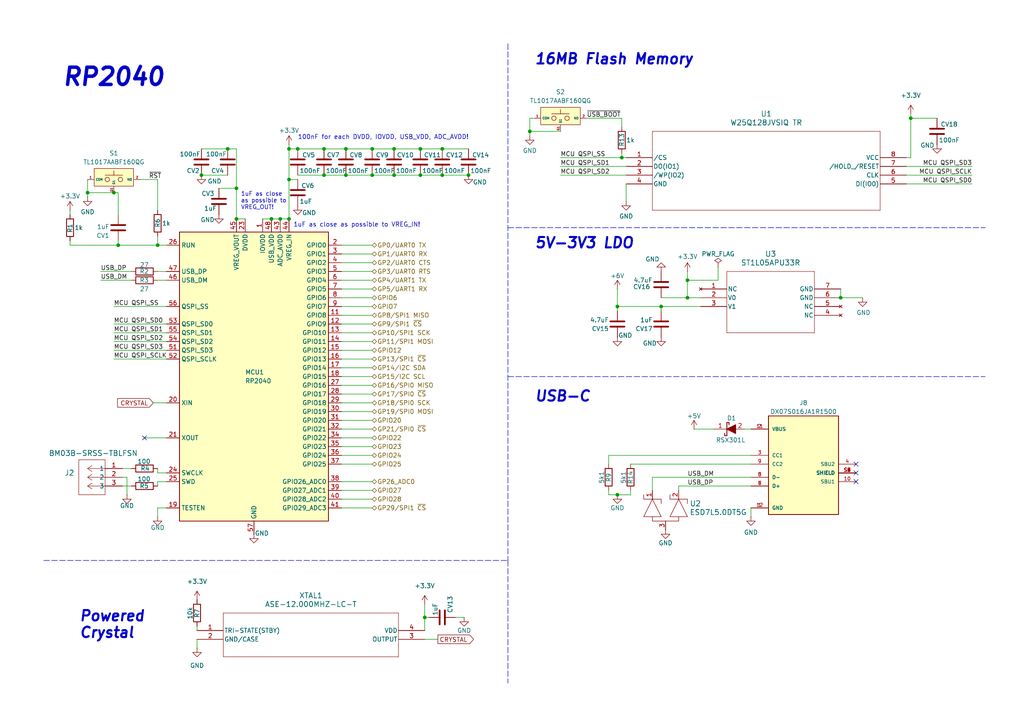
<source format=kicad_sch>
(kicad_sch (version 20231120) (generator "eeschema") (generator_version "8.0")
  (paper "A4")
  (title_block (title "RP2040 Standard") (company "Porto Space Team") (comment 1 "Miguel Amorim"))
  (lib_symbols
    (symbol "16MB_Flash:W25Q128JVSIQ_TR" (pin_names (offset 0.254))
      (property "Reference" "U" (at 40.64 12.7 0))
      (property "Value" "W25Q128JVSIQ TR" (at 40.64 10.16 0))
      (symbol "W25Q128JVSIQ_TR_0_1"
        (polyline (pts (xy 7.62 -15.24) (xy 73.66 -15.24)) (stroke (width 0.127)))
        (polyline (pts (xy 7.62 7.62) (xy 7.62 -15.24)) (stroke (width 0.127)))
        (polyline (pts (xy 73.66 -15.24) (xy 73.66 7.62)) (stroke (width 0.127)))
        (polyline (pts (xy 73.66 7.62) (xy 7.62 7.62)) (stroke (width 0.127)))
        (pin input line (at 0 0 0) (length 7.62) (name "/CS") (number "1"))
        (pin bidirectional line (at 0 -2.54 0) (length 7.62) (name "DO(IO1)") (number "2"))
        (pin bidirectional line (at 0 -5.08 0) (length 7.62) (name "/WP(IO2)") (number "3"))
        (pin passive line (at 0 -7.62 0) (length 7.62) (name "GND") (number "4"))
        (pin bidirectional line (at 81.28 -7.62 180) (length 7.62) (name "DI(IO0)") (number "5"))
        (pin input line (at 81.28 -5.08 180) (length 7.62) (name "CLK") (number "6"))
        (pin bidirectional line (at 81.28 -2.54 180) (length 7.62) (name "/HOLD_/RESET") (number "7"))
        (pin passive line (at 81.28 0 180) (length 7.62) (name "VCC") (number "8"))
      )
    )
    (symbol "AS12MHz:ASE-12.000MHZ-LC-T" (pin_names (offset 0.254))
      (property "Reference" "XTAL" (at 33.02 10.16 0))
      (property "Value" "ASE-12.000MHZ-LC-T" (at 33.02 7.62 0))
      (symbol "ASE-12.000MHZ-LC-T_0_1"
        (polyline (pts (xy 7.62 -7.62) (xy 58.42 -7.62)) (stroke (width 0.127)))
        (polyline (pts (xy 7.62 5.08) (xy 7.62 -7.62)) (stroke (width 0.127)))
        (polyline (pts (xy 58.42 -7.62) (xy 58.42 5.08)) (stroke (width 0.127)))
        (polyline (pts (xy 58.42 5.08) (xy 7.62 5.08)) (stroke (width 0.127)))
        (pin passive line (at 0 0 0) (length 7.62) (name "TRI-STATE(STBY)") (number "1"))
        (pin passive line (at 0 -2.54 0) (length 7.62) (name "GND/CASE") (number "2"))
        (pin output line (at 66.04 -2.54 180) (length 7.62) (name "OUTPUT") (number "3"))
        (pin power_in line (at 66.04 0 180) (length 7.62) (name "VDD") (number "4"))
      )
    )
    (symbol "DX07S016JA1R1500:DX07S016JA1R1500" (pin_names (offset 1.016))
      (property "Reference" "J" (at -9.906 16.002 0))
      (property "Value" "DX07S016JA1R1500" (at -10.16 -14.732 0))
      (symbol "DX07S016JA1R1500_0_0"
        (rectangle (start -10.16 15.24) (end 10.16 -13.335) (stroke (width 0.254)) (fill (type background)))
        (pin power_in line (at -15.24 -11.43 0) (length 5.08) (name "GND") (number "1"))
        (pin passive line (at 15.24 -3.81 180) (length 5.08) (name "SBU1") (number "10"))
        (pin passive line (at -15.24 11.43 0) (length 5.08) (name "VBUS") (number "11"))
        (pin power_in line (at -15.24 -11.43 0) (length 5.08) (name "GND") (number "12"))
        (pin passive line (at -15.24 11.43 0) (length 5.08) (name "VBUS") (number "2"))
        (pin passive line (at -15.24 3.81 0) (length 5.08) (name "CC1") (number "3"))
        (pin passive line (at 15.24 1.27 180) (length 5.08) (name "SBU2") (number "4"))
        (pin passive line (at -15.24 -2.54 0) (length 5.08) (name "D-") (number "5"))
        (pin passive line (at -15.24 -5.08 0) (length 5.08) (name "D+") (number "6"))
        (pin passive line (at -15.24 -5.08 0) (length 5.08) (name "D+") (number "7"))
        (pin passive line (at -15.24 -2.54 0) (length 5.08) (name "D-") (number "8"))
        (pin passive line (at -15.24 1.27 0) (length 5.08) (name "CC2") (number "9"))
        (pin passive line (at 15.24 -1.27 180) (length 5.08) (name "SHIELD") (number "S1"))
        (pin passive line (at 15.24 -1.27 180) (length 5.08) (name "SHIELD") (number "S2"))
        (pin passive line (at 15.24 -1.27 180) (length 5.08) (name "SHIELD") (number "S3"))
        (pin passive line (at 15.24 -1.27 180) (length 5.08) (name "SHIELD") (number "S4"))
        (pin passive line (at 15.24 -1.27 180) (length 5.08) (name "SHIELD") (number "S5"))
        (pin passive line (at 15.24 -1.27 180) (length 5.08) (name "SHIELD") (number "S6"))
      )
    )
    (symbol "Device:C" (pin_numbers hide) (pin_names (offset 0.254))
      (property "Reference" "C" (at 0.635 2.54 0))
      (property "Value" "C" (at 0.635 -2.54 0))
      (symbol "C_0_1"
        (polyline (pts (xy -2.032 -0.762) (xy 2.032 -0.762)) (stroke (width 0.508)))
        (polyline (pts (xy -2.032 0.762) (xy 2.032 0.762)) (stroke (width 0.508)))
      )
      (symbol "C_1_1"
        (pin passive line (at 0 3.81 270) (length 2.794) (name "~") (number "1"))
        (pin passive line (at 0 -3.81 90) (length 2.794) (name "~") (number "2"))
      )
    )
    (symbol "Device:R" (pin_numbers hide) (pin_names (offset 0))
      (property "Reference" "R" (at 2.032 0 90))
      (property "Value" "R" (at 0 0 90))
      (symbol "R_0_1"
        (rectangle (start -1.016 -2.54) (end 1.016 2.54) (stroke (width 0.254)))
      )
      (symbol "R_1_1"
        (pin passive line (at 0 3.81 270) (length 1.27) (name "~") (number "1"))
        (pin passive line (at 0 -3.81 90) (length 1.27) (name "~") (number "2"))
      )
    )
    (symbol "ESD7L5_Diode:ESD7L5.0DT5G" (pin_names (offset 0.254))
      (property "Reference" "U" (at 6.35 15.24 0))
      (property "Value" "ESD7L5.0DT5G" (at 6.35 12.7 0))
      (symbol "ESD7L5.0DT5G_1_1"
        (polyline (pts (xy 2.54 8.89) (xy 0 8.89) (xy 0 10.16)))
        (polyline (pts (xy 2.54 8.89) (xy 5.08 8.89) (xy 5.08 7.62)))
        (polyline (pts (xy 10.16 8.89) (xy 7.62 8.89) (xy 7.62 10.16)))
        (polyline (pts (xy 10.16 8.89) (xy 12.7 8.89) (xy 12.7 7.62)))
        (polyline (pts (xy 2.54 3.81) (xy 2.54 2.54) (xy 10.16 2.54) (xy 10.16 3.81)))
        (polyline (pts (xy 5.08 3.81) (xy 0 3.81) (xy 2.54 8.89) (xy 5.08 3.81)))
        (polyline (pts (xy 12.7 3.81) (xy 7.62 3.81) (xy 10.16 8.89) (xy 12.7 3.81)))
        (pin passive line (at 2.54 11.43 270) (length 2.54) (name "") (number "1"))
        (pin passive line (at 10.16 11.43 270) (length 2.54) (name "") (number "2"))
        (pin passive line (at 6.35 0 90) (length 2.54) (name "") (number "3"))
      )
    )
    (symbol "LDO_ST1L05A:ST1L05APU33R" (pin_names (offset 0.254))
      (property "Reference" "U" (at 20.32 10.16 0))
      (property "Value" "ST1L05APU33R" (at 20.32 7.62 0))
      (symbol "ST1L05APU33R_0_1"
        (polyline (pts (xy 7.62 -12.7) (xy 33.02 -12.7)) (stroke (width 0.127)))
        (polyline (pts (xy 7.62 5.08) (xy 7.62 -12.7)) (stroke (width 0.127)))
        (polyline (pts (xy 33.02 -12.7) (xy 33.02 5.08)) (stroke (width 0.127)))
        (polyline (pts (xy 33.02 5.08) (xy 7.62 5.08)) (stroke (width 0.127)))
        (pin no_connect line (at 0 0 0) (length 7.62) (name "NC") (number "1"))
        (pin passive line (at 0 -2.54 0) (length 7.62) (name "V0") (number "2"))
        (pin passive line (at 0 -5.08 0) (length 7.62) (name "V1") (number "3"))
        (pin no_connect line (at 40.64 -7.62 180) (length 7.62) (name "NC") (number "4"))
        (pin no_connect line (at 40.64 -5.08 180) (length 7.62) (name "NC") (number "5"))
        (pin passive line (at 40.64 -2.54 180) (length 7.62) (name "GND") (number "6"))
        (pin passive line (at 40.64 0 180) (length 7.62) (name "GND") (number "7"))
      )
    )
    (symbol "MCU_RaspberryPi:RP2040"
      (property "Reference" "U" (at 17.78 45.72 0))
      (property "Value" "RP2040" (at 17.78 43.18 0))
      (symbol "RP2040_0_1"
        (rectangle (start -21.59 41.91) (end 21.59 -41.91) (stroke (width 0.254)) (fill (type background)))
      )
      (symbol "RP2040_1_1"
        (pin power_in line (at 2.54 45.72 270) (length 3.81) (name "IOVDD") (number "1"))
        (pin passive line (at 2.54 45.72 270) (length 3.81) hide (name "IOVDD") (number "10"))
        (pin bidirectional line (at 25.4 17.78 180) (length 3.81) (name "GPIO8") (number "11"))
        (pin bidirectional line (at 25.4 15.24 180) (length 3.81) (name "GPIO9") (number "12"))
        (pin bidirectional line (at 25.4 12.7 180) (length 3.81) (name "GPIO10") (number "13"))
        (pin bidirectional line (at 25.4 10.16 180) (length 3.81) (name "GPIO11") (number "14"))
        (pin bidirectional line (at 25.4 7.62 180) (length 3.81) (name "GPIO12") (number "15"))
        (pin bidirectional line (at 25.4 5.08 180) (length 3.81) (name "GPIO13") (number "16"))
        (pin bidirectional line (at 25.4 2.54 180) (length 3.81) (name "GPIO14") (number "17"))
        (pin bidirectional line (at 25.4 0 180) (length 3.81) (name "GPIO15") (number "18"))
        (pin input line (at -25.4 -38.1 0) (length 3.81) (name "TESTEN") (number "19"))
        (pin bidirectional line (at 25.4 38.1 180) (length 3.81) (name "GPIO0") (number "2"))
        (pin input line (at -25.4 -7.62 0) (length 3.81) (name "XIN") (number "20"))
        (pin passive line (at -25.4 -17.78 0) (length 3.81) (name "XOUT") (number "21"))
        (pin passive line (at 2.54 45.72 270) (length 3.81) hide (name "IOVDD") (number "22"))
        (pin power_in line (at -2.54 45.72 270) (length 3.81) (name "DVDD") (number "23"))
        (pin input line (at -25.4 -27.94 0) (length 3.81) (name "SWCLK") (number "24"))
        (pin bidirectional line (at -25.4 -30.48 0) (length 3.81) (name "SWD") (number "25"))
        (pin input line (at -25.4 38.1 0) (length 3.81) (name "RUN") (number "26"))
        (pin bidirectional line (at 25.4 -2.54 180) (length 3.81) (name "GPIO16") (number "27"))
        (pin bidirectional line (at 25.4 -5.08 180) (length 3.81) (name "GPIO17") (number "28"))
        (pin bidirectional line (at 25.4 -7.62 180) (length 3.81) (name "GPIO18") (number "29"))
        (pin bidirectional line (at 25.4 35.56 180) (length 3.81) (name "GPIO1") (number "3"))
        (pin bidirectional line (at 25.4 -10.16 180) (length 3.81) (name "GPIO19") (number "30"))
        (pin bidirectional line (at 25.4 -12.7 180) (length 3.81) (name "GPIO20") (number "31"))
        (pin bidirectional line (at 25.4 -15.24 180) (length 3.81) (name "GPIO21") (number "32"))
        (pin passive line (at 2.54 45.72 270) (length 3.81) hide (name "IOVDD") (number "33"))
        (pin bidirectional line (at 25.4 -17.78 180) (length 3.81) (name "GPIO22") (number "34"))
        (pin bidirectional line (at 25.4 -20.32 180) (length 3.81) (name "GPIO23") (number "35"))
        (pin bidirectional line (at 25.4 -22.86 180) (length 3.81) (name "GPIO24") (number "36"))
        (pin bidirectional line (at 25.4 -25.4 180) (length 3.81) (name "GPIO25") (number "37"))
        (pin bidirectional line (at 25.4 -30.48 180) (length 3.81) (name "GPIO26_ADC0") (number "38"))
        (pin bidirectional line (at 25.4 -33.02 180) (length 3.81) (name "GPIO27_ADC1") (number "39"))
        (pin bidirectional line (at 25.4 33.02 180) (length 3.81) (name "GPIO2") (number "4"))
        (pin bidirectional line (at 25.4 -35.56 180) (length 3.81) (name "GPIO28_ADC2") (number "40"))
        (pin bidirectional line (at 25.4 -38.1 180) (length 3.81) (name "GPIO29_ADC3") (number "41"))
        (pin passive line (at 2.54 45.72 270) (length 3.81) hide (name "IOVDD") (number "42"))
        (pin power_in line (at 7.62 45.72 270) (length 3.81) (name "ADC_AVDD") (number "43"))
        (pin power_in line (at 10.16 45.72 270) (length 3.81) (name "VREG_IN") (number "44"))
        (pin power_out line (at -5.08 45.72 270) (length 3.81) (name "VREG_VOUT") (number "45"))
        (pin bidirectional line (at -25.4 27.94 0) (length 3.81) (name "USB_DM") (number "46"))
        (pin bidirectional line (at -25.4 30.48 0) (length 3.81) (name "USB_DP") (number "47"))
        (pin power_in line (at 5.08 45.72 270) (length 3.81) (name "USB_VDD") (number "48"))
        (pin passive line (at 2.54 45.72 270) (length 3.81) hide (name "IOVDD") (number "49"))
        (pin bidirectional line (at 25.4 30.48 180) (length 3.81) (name "GPIO3") (number "5"))
        (pin passive line (at -2.54 45.72 270) (length 3.81) hide (name "DVDD") (number "50"))
        (pin bidirectional line (at -25.4 7.62 0) (length 3.81) (name "QSPI_SD3") (number "51"))
        (pin output line (at -25.4 5.08 0) (length 3.81) (name "QSPI_SCLK") (number "52"))
        (pin bidirectional line (at -25.4 15.24 0) (length 3.81) (name "QSPI_SD0") (number "53"))
        (pin bidirectional line (at -25.4 10.16 0) (length 3.81) (name "QSPI_SD2") (number "54"))
        (pin bidirectional line (at -25.4 12.7 0) (length 3.81) (name "QSPI_SD1") (number "55"))
        (pin bidirectional line (at -25.4 20.32 0) (length 3.81) (name "QSPI_SS") (number "56"))
        (pin power_in line (at 0 -45.72 90) (length 3.81) (name "GND") (number "57"))
        (pin bidirectional line (at 25.4 27.94 180) (length 3.81) (name "GPIO4") (number "6"))
        (pin bidirectional line (at 25.4 25.4 180) (length 3.81) (name "GPIO5") (number "7"))
        (pin bidirectional line (at 25.4 22.86 180) (length 3.81) (name "GPIO6") (number "8"))
        (pin bidirectional line (at 25.4 20.32 180) (length 3.81) (name "GPIO7") (number "9"))
      )
    )
    (symbol "RSX301L-30DDTE25:RSX301L-30DDTE25" (pin_names (offset 0.635) hide)
      (property "Reference" "D" (at 1.524 6.35 0))
      (property "Value" "RSX301L-30DDTE25" (at 1.524 3.81 0))
      (symbol "RSX301L-30DDTE25_1_1"
        (polyline (pts (xy 9.525 -1.27) (xy 9.525 -1.905)) (stroke (width 0.254)))
        (polyline (pts (xy 10.16 -1.905) (xy 9.525 -1.905)) (stroke (width 0.254)))
        (polyline (pts (xy 10.16 1.905) (xy 10.16 -1.905)) (stroke (width 0.254)))
        (polyline (pts (xy 10.16 1.905) (xy 10.795 1.905)) (stroke (width 0.254)))
        (polyline (pts (xy 10.795 1.27) (xy 10.795 1.905)) (stroke (width 0.254)))
        (polyline (pts (xy 10.16 0) (xy 12.7 1.27) (xy 12.7 -1.27) (xy 10.16 0)) (stroke (width 0.254)) (fill (type outline)))
        (pin passive line (at 6.35 0 0) (length 3.81) (name "K") (number "1"))
        (pin passive line (at 15.24 0 180) (length 2.54) (name "A") (number "2"))
      )
    )
    (symbol "SWD_Con:BM03B-SRSS-TBLFSN" (pin_names (offset 0.254))
      (property "Reference" "J" (at 8.89 6.35 0))
      (property "Value" "BM03B-SRSS-TBLFSN" (at 0 0 0))
      (symbol "BM03B-SRSS-TBLFSN_1_1"
        (polyline (pts (xy 5.08 -7.62) (xy 12.7 -7.62)) (stroke (width 0.127)))
        (polyline (pts (xy 5.08 2.54) (xy 5.08 -7.62)) (stroke (width 0.127)))
        (polyline (pts (xy 10.16 -5.08) (xy 5.08 -5.08)) (stroke (width 0.127)))
        (polyline (pts (xy 10.16 -5.08) (xy 8.89 -5.9267)) (stroke (width 0.127)))
        (polyline (pts (xy 10.16 -5.08) (xy 8.89 -4.2333)) (stroke (width 0.127)))
        (polyline (pts (xy 10.16 -2.54) (xy 5.08 -2.54)) (stroke (width 0.127)))
        (polyline (pts (xy 10.16 -2.54) (xy 8.89 -3.3867)) (stroke (width 0.127)))
        (polyline (pts (xy 10.16 -2.54) (xy 8.89 -1.6933)) (stroke (width 0.127)))
        (polyline (pts (xy 10.16 0) (xy 5.08 0)) (stroke (width 0.127)))
        (polyline (pts (xy 10.16 0) (xy 8.89 -0.8467)) (stroke (width 0.127)))
        (polyline (pts (xy 10.16 0) (xy 8.89 0.8467)) (stroke (width 0.127)))
        (polyline (pts (xy 12.7 -7.62) (xy 12.7 2.54)) (stroke (width 0.127)))
        (polyline (pts (xy 12.7 2.54) (xy 5.08 2.54)) (stroke (width 0.127)))
        (pin passive line (at 0 0 0) (length 5.08) (name "1") (number "1"))
        (pin passive line (at 0 -2.54 0) (length 5.08) (name "2") (number "2"))
        (pin passive line (at 0 -5.08 0) (length 5.08) (name "3") (number "3"))
      )
      (symbol "BM03B-SRSS-TBLFSN_1_2"
        (polyline (pts (xy 5.08 -7.62) (xy 12.7 -7.62)) (stroke (width 0.127)))
        (polyline (pts (xy 5.08 2.54) (xy 5.08 -7.62)) (stroke (width 0.127)))
        (polyline (pts (xy 7.62 -5.08) (xy 5.08 -5.08)) (stroke (width 0.127)))
        (polyline (pts (xy 7.62 -5.08) (xy 8.89 -5.9267)) (stroke (width 0.127)))
        (polyline (pts (xy 7.62 -5.08) (xy 8.89 -4.2333)) (stroke (width 0.127)))
        (polyline (pts (xy 7.62 -2.54) (xy 5.08 -2.54)) (stroke (width 0.127)))
        (polyline (pts (xy 7.62 -2.54) (xy 8.89 -3.3867)) (stroke (width 0.127)))
        (polyline (pts (xy 7.62 -2.54) (xy 8.89 -1.6933)) (stroke (width 0.127)))
        (polyline (pts (xy 7.62 0) (xy 5.08 0)) (stroke (width 0.127)))
        (polyline (pts (xy 7.62 0) (xy 8.89 -0.8467)) (stroke (width 0.127)))
        (polyline (pts (xy 7.62 0) (xy 8.89 0.8467)) (stroke (width 0.127)))
        (polyline (pts (xy 12.7 -7.62) (xy 12.7 2.54)) (stroke (width 0.127)))
        (polyline (pts (xy 12.7 2.54) (xy 5.08 2.54)) (stroke (width 0.127)))
        (pin passive line (at 0 0 0) (length 5.08) (name "1") (number "1"))
        (pin passive line (at 0 -2.54 0) (length 5.08) (name "2") (number "2"))
        (pin passive line (at 0 -5.08 0) (length 5.08) (name "3") (number "3"))
      )
    )
    (symbol "TL1017AABF160QG:TL1017AABF160QG"
      (property "Reference" "S" (at 0.762 14.732 0))
      (property "Value" "TL1017AABF160QG" (at 0.762 12.192 0))
      (symbol "TL1017AABF160QG_0_1"
        (polyline (pts (xy 6.35 5.08) (xy 11.43 5.08)))
        (polyline (pts (xy 8.89 5.08) (xy 8.89 6.35)))
        (circle (center 6.985 3.81) (radius 0.635))
        (circle (center 10.795 3.81) (radius 0.635))
      )
      (symbol "TL1017AABF160QG_1_1"
        (rectangle (start 3.175 6.985) (end 14.605 1.905) (fill (type background)))
        (pin passive line (at 1.27 3.81 0) (length 1.778) (name "COM") (number "1"))
        (pin passive line (at 16.51 3.81 180) (length 1.778) (name "NO") (number "2"))
        (pin passive line (at 8.89 0 90) (length 1.778) (name "G1") (number "G1"))
      )
    )
    (symbol "power:+3.3V" (power) (pin_numbers hide) (pin_names (offset 0) hide)
      (property "Value" "+3.3V" (at 0 3.556 0))
      (symbol "+3.3V_0_1"
        (polyline (pts (xy -0.762 1.27) (xy 0 2.54)))
        (polyline (pts (xy 0 0) (xy 0 2.54)))
        (polyline (pts (xy 0 2.54) (xy 0.762 1.27)))
      )
      (symbol "+3.3V_1_1"
        (pin power_in line (at 0 0 90) (length 0) (name "~") (number "1"))
      )
    )
    (symbol "power:+5V" (power) (pin_numbers hide) (pin_names (offset 0) hide)
      (property "Value" "+5V" (at 0 3.556 0))
      (symbol "+5V_0_1"
        (polyline (pts (xy -0.762 1.27) (xy 0 2.54)))
        (polyline (pts (xy 0 0) (xy 0 2.54)))
        (polyline (pts (xy 0 2.54) (xy 0.762 1.27)))
      )
      (symbol "+5V_1_1"
        (pin power_in line (at 0 0 90) (length 0) (name "~") (number "1"))
      )
    )
    (symbol "power:GND" (power) (pin_numbers hide) (pin_names (offset 0) hide)
      (property "Value" "GND" (at 0 -3.81 0))
      (symbol "GND_0_1"
        (polyline (pts (xy 0 0) (xy 0 -1.27) (xy 1.27 -1.27) (xy 0 -2.54) (xy -1.27 -1.27) (xy 0 -1.27)))
      )
      (symbol "GND_1_1"
        (pin power_in line (at 0 0 270) (length 0) (name "~") (number "1"))
      )
    )
    (symbol "power:PWR_FLAG" (power) (pin_numbers hide) (pin_names (offset 0) hide)
      (property "Value" "PWR_FLAG" (at 0 3.81 0))
      (symbol "PWR_FLAG_0_0"
        (pin power_out line (at 0 0 90) (length 0) (name "~") (number "1"))
      )
      (symbol "PWR_FLAG_0_1"
        (polyline (pts (xy 0 0) (xy 0 1.27) (xy -1.016 1.905) (xy 0 2.54) (xy 1.016 1.905) (xy 0 1.27)))
      )
    )
  )
  (junction (at 34.29 71.12))
  (junction (at 107.95 50.8))
  (junction (at 123.19 179.07))
  (junction (at 78.74 63.5))
  (junction (at 114.3 50.8))
  (junction (at 135.89 50.8))
  (junction (at 100.33 43.18))
  (junction (at 58.42 50.8))
  (junction (at 81.28 63.5))
  (junction (at 107.95 43.18))
  (junction (at 93.98 50.8))
  (junction (at 93.98 43.18))
  (junction (at 66.04 43.18))
  (junction (at 121.92 43.18))
  (junction (at 153.67 38.1))
  (junction (at 128.27 50.8))
  (junction (at 33.02 55.88))
  (junction (at 243.84 86.36))
  (junction (at 121.92 50.8))
  (junction (at 180.34 45.72))
  (junction (at 100.33 50.8))
  (junction (at 264.16 34.29))
  (junction (at 83.82 43.18))
  (junction (at 199.39 86.36))
  (junction (at 83.82 63.5))
  (junction (at 191.77 88.9))
  (junction (at 179.07 143.51))
  (junction (at 199.39 81.28))
  (junction (at 68.58 54.61))
  (junction (at 128.27 43.18))
  (junction (at 68.58 63.5))
  (junction (at 45.72 71.12))
  (junction (at 86.36 43.18))
  (junction (at 179.07 88.9))
  (junction (at 114.3 43.18))
  (junction (at 25.4 55.88))
  (junction (at 83.82 52.07))
  (no_connect (at 248.285 137.16))
  (no_connect (at 248.285 139.7))
  (no_connect (at 41.91 127))
  (no_connect (at 248.285 134.62))
  (wire (pts (xy 99.06 119.38) (xy 107.95 119.38)))
  (wire (pts (xy 93.98 43.18) (xy 86.36 43.18)))
  (wire (pts (xy 33.02 88.9) (xy 48.26 88.9)))
  (wire (pts (xy 99.06 121.92) (xy 107.95 121.92)))
  (wire (pts (xy 83.82 52.07) (xy 83.82 63.5)))
  (wire (pts (xy 33.02 93.98) (xy 48.26 93.98)))
  (polyline (pts (xy 147.32 12.7) (xy 147.32 162.56)) (stroke (width 0) (type dash)))
  (wire (pts (xy 45.72 139.7) (xy 48.26 139.7)))
  (wire (pts (xy 99.06 139.7) (xy 107.95 139.7)))
  (wire (pts (xy 107.95 50.8) (xy 114.3 50.8)))
  (wire (pts (xy 68.58 54.61) (xy 68.58 43.18)))
  (wire (pts (xy 181.61 48.26) (xy 162.56 48.26)))
  (wire (pts (xy 45.72 68.58) (xy 45.72 71.12)))
  (wire (pts (xy 180.34 36.83) (xy 180.34 34.29)))
  (wire (pts (xy 123.19 179.07) (xy 124.46 179.07)))
  (wire (pts (xy 99.06 106.68) (xy 107.95 106.68)))
  (wire (pts (xy 29.21 81.28) (xy 38.1 81.28)))
  (wire (pts (xy 78.74 63.5) (xy 81.28 63.5)))
  (wire (pts (xy 99.06 134.62) (xy 107.95 134.62)))
  (wire (pts (xy 36.83 138.43) (xy 36.83 143.51)))
  (wire (pts (xy 83.82 52.07) (xy 86.36 52.07)))
  (wire (pts (xy 121.92 43.18) (xy 114.3 43.18)))
  (wire (pts (xy 264.16 34.29) (xy 271.78 34.29)))
  (wire (pts (xy 99.06 127) (xy 107.95 127)))
  (wire (pts (xy 179.07 143.51) (xy 176.53 143.51)))
  (wire (pts (xy 34.29 55.88) (xy 34.29 62.23)))
  (wire (pts (xy 153.67 34.29) (xy 153.67 38.1)))
  (polyline (pts (xy 12.7 162.56) (xy 147.32 162.56)) (stroke (width 0) (type dash)))
  (wire (pts (xy 33.02 55.88) (xy 25.4 55.88)))
  (wire (pts (xy 189.23 138.43) (xy 217.805 138.43)))
  (wire (pts (xy 153.67 38.1) (xy 153.67 39.37)))
  (wire (pts (xy 83.82 43.18) (xy 83.82 52.07)))
  (wire (pts (xy 25.4 55.88) (xy 25.4 57.15)))
  (wire (pts (xy 199.39 81.28) (xy 199.39 86.36)))
  (wire (pts (xy 99.06 88.9) (xy 107.95 88.9)))
  (wire (pts (xy 201.295 124.46) (xy 207.01 124.46)))
  (wire (pts (xy 100.33 50.8) (xy 107.95 50.8)))
  (wire (pts (xy 176.53 132.08) (xy 217.805 132.08)))
  (wire (pts (xy 99.06 109.22) (xy 107.95 109.22)))
  (wire (pts (xy 208.28 81.28) (xy 208.28 77.47)))
  (wire (pts (xy 99.06 73.66) (xy 107.95 73.66)))
  (wire (pts (xy 99.06 78.74) (xy 107.95 78.74)))
  (wire (pts (xy 264.16 45.72) (xy 264.16 34.29)))
  (wire (pts (xy 57.15 181.61) (xy 57.15 182.88)))
  (wire (pts (xy 34.29 71.12) (xy 34.29 69.85)))
  (wire (pts (xy 35.56 138.43) (xy 36.83 138.43)))
  (wire (pts (xy 20.32 71.12) (xy 20.32 69.85)))
  (wire (pts (xy 199.39 81.28) (xy 208.28 81.28)))
  (wire (pts (xy 123.19 179.07) (xy 123.19 182.88)))
  (wire (pts (xy 58.42 50.8) (xy 66.04 50.8)))
  (wire (pts (xy 35.56 140.97) (xy 38.1 140.97)))
  (wire (pts (xy 99.06 99.06) (xy 107.95 99.06)))
  (wire (pts (xy 35.56 135.89) (xy 38.1 135.89)))
  (wire (pts (xy 99.06 76.2) (xy 107.95 76.2)))
  (wire (pts (xy 99.06 71.12) (xy 107.95 71.12)))
  (wire (pts (xy 99.06 132.08) (xy 107.95 132.08)))
  (wire (pts (xy 181.61 50.8) (xy 162.56 50.8)))
  (wire (pts (xy 128.27 43.18) (xy 135.89 43.18)))
  (wire (pts (xy 99.06 101.6) (xy 107.95 101.6)))
  (wire (pts (xy 243.84 83.82) (xy 243.84 86.36)))
  (wire (pts (xy 196.85 140.97) (xy 217.805 140.97)))
  (wire (pts (xy 191.77 88.9) (xy 203.2 88.9)))
  (wire (pts (xy 99.06 116.84) (xy 107.95 116.84)))
  (wire (pts (xy 199.39 78.74) (xy 199.39 81.28)))
  (wire (pts (xy 58.42 43.18) (xy 66.04 43.18)))
  (wire (pts (xy 180.34 45.72) (xy 181.61 45.72)))
  (wire (pts (xy 182.88 142.24) (xy 182.88 143.51)))
  (wire (pts (xy 68.58 54.61) (xy 68.58 63.5)))
  (wire (pts (xy 189.23 138.43) (xy 189.23 142.24)))
  (wire (pts (xy 20.32 60.96) (xy 20.32 62.23)))
  (wire (pts (xy 262.89 45.72) (xy 264.16 45.72)))
  (wire (pts (xy 45.72 147.32) (xy 48.26 147.32)))
  (wire (pts (xy 180.34 44.45) (xy 180.34 45.72)))
  (wire (pts (xy 199.39 86.36) (xy 203.2 86.36)))
  (wire (pts (xy 154.94 34.29) (xy 153.67 34.29)))
  (wire (pts (xy 29.21 78.74) (xy 38.1 78.74)))
  (wire (pts (xy 93.98 50.8) (xy 100.33 50.8)))
  (wire (pts (xy 114.3 43.18) (xy 107.95 43.18)))
  (wire (pts (xy 44.45 116.84) (xy 48.26 116.84)))
  (wire (pts (xy 196.85 140.97) (xy 196.85 142.24)))
  (wire (pts (xy 262.89 53.34) (xy 281.94 53.34)))
  (wire (pts (xy 99.06 104.14) (xy 107.95 104.14)))
  (wire (pts (xy 45.72 81.28) (xy 48.26 81.28)))
  (wire (pts (xy 83.82 41.91) (xy 83.82 43.18)))
  (wire (pts (xy 182.88 143.51) (xy 179.07 143.51)))
  (polyline (pts (xy 147.32 162.56) (xy 147.32 198.12)) (stroke (width 0) (type dash)))
  (wire (pts (xy 99.06 114.3) (xy 107.95 114.3)))
  (wire (pts (xy 176.53 143.51) (xy 176.53 142.24)))
  (wire (pts (xy 180.34 34.29) (xy 170.18 34.29)))
  (wire (pts (xy 45.72 140.97) (xy 45.72 139.7)))
  (wire (pts (xy 99.06 91.44) (xy 107.95 91.44)))
  (wire (pts (xy 121.92 50.8) (xy 128.27 50.8)))
  (wire (pts (xy 179.07 88.9) (xy 179.07 90.17)))
  (wire (pts (xy 45.72 137.16) (xy 45.72 135.89)))
  (wire (pts (xy 191.77 86.36) (xy 199.39 86.36)))
  (wire (pts (xy 176.53 134.62) (xy 176.53 132.08)))
  (wire (pts (xy 99.06 124.46) (xy 107.95 124.46)))
  (wire (pts (xy 45.72 149.86) (xy 45.72 147.32)))
  (wire (pts (xy 41.91 127) (xy 48.26 127)))
  (wire (pts (xy 153.67 38.1) (xy 162.56 38.1)))
  (wire (pts (xy 33.02 104.14) (xy 48.26 104.14)))
  (wire (pts (xy 99.06 93.98) (xy 107.95 93.98)))
  (wire (pts (xy 181.61 53.34) (xy 181.61 58.42)))
  (wire (pts (xy 45.72 78.74) (xy 48.26 78.74)))
  (wire (pts (xy 99.06 142.24) (xy 107.95 142.24)))
  (wire (pts (xy 63.5 54.61) (xy 68.58 54.61)))
  (wire (pts (xy 99.06 96.52) (xy 107.95 96.52)))
  (wire (pts (xy 33.02 96.52) (xy 48.26 96.52)))
  (wire (pts (xy 107.95 43.18) (xy 100.33 43.18)))
  (wire (pts (xy 86.36 50.8) (xy 93.98 50.8)))
  (wire (pts (xy 99.06 111.76) (xy 107.95 111.76)))
  (wire (pts (xy 264.16 34.29) (xy 264.16 33.02)))
  (polyline (pts (xy 147.32 109.22) (xy 285.75 109.22)) (stroke (width 0) (type dash)))
  (wire (pts (xy 34.29 71.12) (xy 45.72 71.12)))
  (wire (pts (xy 262.89 50.8) (xy 281.94 50.8)))
  (wire (pts (xy 217.805 149.86) (xy 217.805 147.32)))
  (wire (pts (xy 99.06 144.78) (xy 107.95 144.78)))
  (wire (pts (xy 132.08 179.07) (xy 134.62 179.07)))
  (wire (pts (xy 45.72 137.16) (xy 48.26 137.16)))
  (wire (pts (xy 45.72 52.07) (xy 45.72 60.96)))
  (wire (pts (xy 81.28 63.5) (xy 83.82 63.5)))
  (wire (pts (xy 215.9 124.46) (xy 217.805 124.46)))
  (wire (pts (xy 128.27 43.18) (xy 121.92 43.18)))
  (wire (pts (xy 179.07 88.9) (xy 191.77 88.9)))
  (wire (pts (xy 33.02 101.6) (xy 48.26 101.6)))
  (wire (pts (xy 191.77 90.17) (xy 191.77 88.9)))
  (wire (pts (xy 162.56 45.72) (xy 180.34 45.72)))
  (wire (pts (xy 99.06 81.28) (xy 107.95 81.28)))
  (wire (pts (xy 45.72 71.12) (xy 48.26 71.12)))
  (wire (pts (xy 86.36 43.18) (xy 83.82 43.18)))
  (polyline (pts (xy 147.32 66.04) (xy 285.75 66.04)) (stroke (width 0) (type dash)))
  (wire (pts (xy 123.19 185.42) (xy 127 185.42)))
  (wire (pts (xy 262.89 48.26) (xy 281.94 48.26)))
  (wire (pts (xy 25.4 52.07) (xy 25.4 55.88)))
  (wire (pts (xy 99.06 86.36) (xy 107.95 86.36)))
  (wire (pts (xy 40.64 52.07) (xy 45.72 52.07)))
  (wire (pts (xy 100.33 43.18) (xy 93.98 43.18)))
  (wire (pts (xy 217.805 134.62) (xy 182.88 134.62)))
  (wire (pts (xy 99.06 129.54) (xy 107.95 129.54)))
  (wire (pts (xy 99.06 147.32) (xy 107.95 147.32)))
  (wire (pts (xy 57.15 185.42) (xy 57.15 187.96)))
  (wire (pts (xy 243.84 86.36) (xy 250.19 86.36)))
  (wire (pts (xy 34.29 71.12) (xy 20.32 71.12)))
  (wire (pts (xy 99.06 83.82) (xy 107.95 83.82)))
  (wire (pts (xy 68.58 63.5) (xy 71.12 63.5)))
  (wire (pts (xy 114.3 50.8) (xy 121.92 50.8)))
  (wire (pts (xy 34.29 55.88) (xy 33.02 55.88)))
  (wire (pts (xy 33.02 99.06) (xy 48.26 99.06)))
  (wire (pts (xy 76.2 63.5) (xy 78.74 63.5)))
  (wire (pts (xy 128.27 50.8) (xy 135.89 50.8)))
  (wire (pts (xy 179.07 83.82) (xy 179.07 88.9)))
  (wire (pts (xy 123.19 175.26) (xy 123.19 179.07)))
  (wire (pts (xy 68.58 43.18) (xy 66.04 43.18)))
  (text "1uF as close \nas possible to \nVREG_OUT!" (at 69.85 60.96 0) (effects (font (size 1.2 1.2)) (justify left bottom)))
  (text "Powered\nCrystal" (at 22.86 185.42 0) (effects (font (size 3 3) (bold yes) (italic yes)) (justify left bottom)))
  (text "RP2040" (at 17.78 25.4 0) (effects (font (size 5 5) (thickness 1) (bold yes) (italic yes)) (justify left bottom)))
  (text "5V-3V3 LDO" (at 154.94 72.39 0) (effects (font (size 3 3) (bold yes) (italic yes)) (justify left bottom)))
  (text "16MB Flash Memory" (at 154.94 19.05 0) (effects (font (size 3 3) (bold yes) (italic yes)) (justify left bottom)))
  (text "1uF as close as possible to VREG_IN!" (at 85.09 66.04 0) (effects (font (size 1.27 1.27)) (justify left bottom)))
  (text "USB-C" (at 154.94 116.84 0) (effects (font (size 3 3) (bold yes) (italic yes)) (justify left bottom)))
  (text "100nF for each DVDD, IOVDD, USB_VDD, ADC_AVDD!" (at 86.36 40.64 0) (effects (font (size 1.27 1.27)) (justify left bottom)))
  (label "MCU QSPI_SD0" (at 281.94 53.34 180))
  (label "MCU QSPI_SD1" (at 162.56 48.26 0))
  (label "USB_DM" (at 199.39 138.43 0))
  (label "MCU QSPI_SS" (at 162.56 45.72 0))
  (label "MCU QSPI_SD2" (at 162.56 50.8 0))
  (label "MCU QSPI_SS" (at 33.02 88.9 0))
  (label "~{USB_BOOT}" (at 170.18 34.29 0))
  (label "MCU QSPI_SD3" (at 33.02 101.6 0))
  (label "MCU QSPI_SD3" (at 281.94 48.26 180))
  (label "USB_DP" (at 29.21 78.74 0))
  (label "USB_DP" (at 199.39 140.97 0))
  (label "MCU QSPI_SCLK" (at 33.02 104.14 0))
  (label "~{RST}" (at 43.18 52.07 0))
  (label "MCU QSPI_SD1" (at 33.02 96.52 0))
  (label "MCU QSPI_SD2" (at 33.02 99.06 0))
  (label "MCU QSPI_SD0" (at 33.02 93.98 0))
  (label "MCU QSPI_SCLK" (at 281.94 50.8 180))
  (label "USB_DM" (at 29.21 81.28 0))
  (global_label "CRYSTAL" (shape output) (at 127 185.42 0) (property "Intersheetrefs" "${INTERSHEET_REFS}" (effects (hide yes))))
  (global_label "CRYSTAL" (shape input) (at 44.45 116.84 180) (property "Intersheetrefs" "${INTERSHEET_REFS}" (effects (hide yes))))
  (hierarchical_label "GP10{slash}SPI1 SCK" (shape bidirectional) (at 107.95 96.52 0))
  (hierarchical_label "GPIO28" (shape bidirectional) (at 107.95 144.78 0))
  (hierarchical_label "GP14{slash}I2C SDA" (shape bidirectional) (at 107.95 106.68 0))
  (hierarchical_label "GP3{slash}UART0 RTS" (shape bidirectional) (at 107.95 78.74 0))
  (hierarchical_label "GP18{slash}SPI0 SCK" (shape bidirectional) (at 107.95 116.84 0))
  (hierarchical_label "GP29{slash}SPI1 ~{CS}" (shape bidirectional) (at 107.95 147.32 0))
  (hierarchical_label "GP1{slash}UART0 RX" (shape bidirectional) (at 107.95 73.66 0))
  (hierarchical_label "GP21{slash}SPI0 ~{CS}" (shape bidirectional) (at 107.95 124.46 0))
  (hierarchical_label "GP15{slash}I2C SCL" (shape bidirectional) (at 107.95 109.22 0))
  (hierarchical_label "GPIO25" (shape bidirectional) (at 107.95 134.62 0))
  (hierarchical_label "GPIO22" (shape bidirectional) (at 107.95 127 0))
  (hierarchical_label "GP19{slash}SPI0 MOSI" (shape bidirectional) (at 107.95 119.38 0))
  (hierarchical_label "GP17{slash}SPI0 ~{CS}" (shape bidirectional) (at 107.95 114.3 0))
  (hierarchical_label "GP4{slash}UART1 TX" (shape bidirectional) (at 107.95 81.28 0))
  (hierarchical_label "GP5{slash}UART1 RX" (shape bidirectional) (at 107.95 83.82 0))
  (hierarchical_label "GPIO7" (shape bidirectional) (at 107.95 88.9 0))
  (hierarchical_label "GPIO6" (shape bidirectional) (at 107.95 86.36 0))
  (hierarchical_label "GPIO20" (shape bidirectional) (at 107.95 121.92 0))
  (hierarchical_label "GP9{slash}SPI1 ~{CS}" (shape bidirectional) (at 107.95 93.98 0))
  (hierarchical_label "GP26_ADC0" (shape bidirectional) (at 107.95 139.7 0))
  (hierarchical_label "GP2{slash}UART0 CTS" (shape bidirectional) (at 107.95 76.2 0))
  (hierarchical_label "GP8{slash}SPI1 MISO" (shape bidirectional) (at 107.95 91.44 0))
  (hierarchical_label "GP0{slash}UART0 TX" (shape bidirectional) (at 107.95 71.12 0))
  (hierarchical_label "GP13{slash}SPI1 ~{CS}" (shape bidirectional) (at 107.95 104.14 0))
  (hierarchical_label "GP11{slash}SPI1 MOSI" (shape bidirectional) (at 107.95 99.06 0))
  (hierarchical_label "GPIO23" (shape bidirectional) (at 107.95 129.54 0))
  (hierarchical_label "GPIO12" (shape bidirectional) (at 107.95 101.6 0))
  (hierarchical_label "GPIO27" (shape bidirectional) (at 107.95 142.24 0))
  (hierarchical_label "GPIO24" (shape bidirectional) (at 107.95 132.08 0))
  (hierarchical_label "GP16{slash}SPI0 MISO" (shape bidirectional) (at 107.95 111.76 0))
  (symbol (lib_id "AS12MHz:ASE-12.000MHZ-LC-T") (at 57.15 182.88 0) (unit 1)
    (property "Reference" "XTAL1" (at 90.17 172.72 0) (effects (font (size 1.524 1.524))))
    (property "Value" "ASE-12.000MHZ-LC-T" (at 90.17 175.26 0) (effects (font (size 1.524 1.524))))
    (property "Footprint" "AS12MHz:ASE-3.2X2.5_ABR" (effects (hide yes)))
    (property "Datasheet" "ASE-12.000MHZ-LC-T" (effects (hide yes)))
  )
  (symbol (lib_id "power:GND") (at 191.77 78.74 0) (mirror x) (unit 1)
    (property "Reference" "#PWR022" (effects (hide yes)))
    (property "Value" "GND" (at 189.23 75.184 0))
    (property "Description" "Power symbol creates a global label with name \"GND\" , ground" (effects (hide yes)))
  )
  (symbol (lib_id "ESD7L5_Diode:ESD7L5.0DT5G") (at 186.69 153.67 0) (unit 1)
    (property "Reference" "U2" (at 200.025 146.0499 0) (effects (font (size 1.524 1.524)) (justify left)))
    (property "Value" "ESD7L5.0DT5G" (at 200.025 148.5899 0) (effects (font (size 1.524 1.524)) (justify left)))
    (property "Footprint" "ESD7L5-Diode:SOT-723_0P85X1P25_ONS" (effects (hide yes)))
    (property "Datasheet" "ESD7L5.0DT5G" (effects (hide yes)))
  )
  (symbol (lib_id "SWD_Con:BM03B-SRSS-TBLFSN") (at 35.56 135.89 0) (mirror y) (unit 1)
    (property "Reference" "J2" (at 21.59 137.1599 0) (effects (font (size 1.524 1.524)) (justify left)))
    (property "Value" "BM03B-SRSS-TBLFSN" (at 40.005 131.445 0) (effects (font (size 1.524 1.524)) (justify left)))
    (property "Footprint" "SWD_Con:CONN_BM03B-SRSS-TBLFSN_JST" (effects (hide yes)))
    (property "Datasheet" "BM03B-SRSS-TBLFSN" (effects (hide yes)))
  )
  (symbol (lib_id "Device:R") (at 180.34 40.64 0) (unit 1)
    (property "Reference" "R13" (at 180.34 42.545 90) (effects (justify left)))
    (property "Value" "1k" (at 181.61 40.64 0) (effects (justify left)))
    (property "Footprint" "Resistor-0402:RES_0402" (effects (hide yes)))
    (property "Description" "Resistor" (effects (hide yes)))
  )
  (symbol (lib_id "Device:R") (at 41.91 135.89 90) (mirror x) (unit 1)
    (property "Reference" "R4" (at 43.434 135.89 90) (effects (justify left)))
    (property "Value" "100" (at 43.688 133.858 90) (effects (justify left)))
    (property "Footprint" "Resistor-0402:RES_0402" (effects (hide yes)))
    (property "Description" "Resistor" (effects (hide yes)))
  )
  (symbol (lib_id "power:GND") (at 134.62 179.07 0) (unit 1)
    (property "Reference" "#PWR016" (effects (hide yes)))
    (property "Value" "GND" (at 134.62 182.88 0))
    (property "Description" "Power symbol creates a global label with name \"GND\" , ground" (effects (hide yes)))
  )
  (symbol (lib_id "Device:C") (at 63.5 58.42 0) (unit 1)
    (property "Reference" "CV3" (at 58.42 56.134 0) (effects (justify left)))
    (property "Value" "1uF" (at 59.182 60.452 0) (effects (justify left)))
    (property "Footprint" "Capacitor-0402:Capacitor_0402" (effects (hide yes)))
    (property "Description" "Unpolarized capacitor" (effects (hide yes)))
  )
  (symbol (lib_id "Device:C") (at 66.04 46.99 180) (unit 1)
    (property "Reference" "CV4" (at 65.024 49.53 0) (effects (justify left)))
    (property "Value" "100nF" (at 65.786 44.704 0) (effects (justify left)))
    (property "Footprint" "Capacitor-0402:Capacitor_0402" (effects (hide yes)))
    (property "Description" "Unpolarized capacitor" (effects (hide yes)))
  )
  (symbol (lib_id "MCU_RaspberryPi:RP2040") (at 73.66 109.22 0) (unit 1)
    (property "Reference" "MCU1" (at 71.12 107.95 0) (effects (justify left)))
    (property "Value" "RP2040" (at 71.12 110.49 0) (effects (justify left)))
    (property "Footprint" "Package_DFN_QFN:QFN-56-1EP_7x7mm_P0.4mm_EP3.2x3.2mm" (effects (hide yes)))
    (property "Datasheet" "https://datasheets.raspberrypi.com/rp2040/rp2040-datasheet.pdf" (effects (hide yes)))
    (property "Description" "A microcontroller by Raspberry Pi" (effects (hide yes)))
  )
  (symbol (lib_id "power:PWR_FLAG") (at 208.28 77.47 0) (unit 1)
    (property "Reference" "#FLG02" (effects (hide yes)))
    (property "Value" "PWR_FLAG" (at 208.28 73.66 0))
    (property "Description" "Special symbol for telling ERC where power comes from" (effects (hide yes)))
  )
  (symbol (lib_id "Device:C") (at 128.27 179.07 90) (unit 1)
    (property "Reference" "CV13" (at 130.556 177.8 0) (effects (justify left)))
    (property "Value" "1uF" (at 126.238 178.562 0) (effects (justify left)))
    (property "Footprint" "Capacitor-0402:Capacitor_0402" (effects (hide yes)))
    (property "Description" "Unpolarized capacitor" (effects (hide yes)))
  )
  (symbol (lib_id "power:+3.3V") (at 83.82 41.91 0) (unit 1)
    (property "Reference" "#PWR012" (effects (hide yes)))
    (property "Value" "+3.3V" (at 83.82 37.846 0))
    (property "Description" "Power symbol creates a global label with name \"+3.3V\"" (effects (hide yes)))
  )
  (symbol (lib_id "TL1017AABF160QG:TL1017AABF160QG") (at 153.67 38.1 0) (unit 1)
    (property "Reference" "S2" (at 162.56 26.67 0))
    (property "Value" "TL1017AABF160QG" (at 162.56 29.21 0))
    (property "Footprint" "E-Switch_Small:TL1017AABF160QG" (effects (hide yes)))
    (property "Datasheet" "https://configured-product-images.s3.amazonaws.com/2D/specs/TL1017AABF160QG.pdf" (effects (hide yes)))
    (property "Description" "TACT, Surface Mount" (effects (hide yes)))
    (property "Height" "1.7" (effects (hide yes)))
    (property "Mouser Part Number" "612-TL1017AABF160QG" (effects (hide yes)))
    (property "Mouser Price/Stock" "https://www.mouser.co.uk/ProductDetail/E-Switch/TL1017AABF160QG?qs=9vOqFld9vZWEDSBQD0ZM5A%3D%3D" (effects (hide yes)))
    (property "Manufacturer_Name" "E-Switch" (effects (hide yes)))
    (property "Manufacturer_Part_Number" "TL1017AABF160QG" (effects (hide yes)))
  )
  (symbol (lib_id "power:+3.3V") (at 57.15 173.99 0) (unit 1)
    (property "Reference" "#PWR07" (effects (hide yes)))
    (property "Value" "+3.3V" (at 57.15 168.656 0))
    (property "Description" "Power symbol creates a global label with name \"+3.3V\"" (effects (hide yes)))
  )
  (symbol (lib_id "Device:C") (at 34.29 66.04 180) (unit 1)
    (property "Reference" "CV1" (at 31.75 68.326 0) (effects (justify left)))
    (property "Value" "1uF" (at 31.75 65.786 0) (effects (justify left)))
    (property "Footprint" "Capacitor-0402:Capacitor_0402" (effects (hide yes)))
    (property "Description" "Unpolarized capacitor" (effects (hide yes)))
  )
  (symbol (lib_id "power:GND") (at 191.77 97.79 0) (unit 1)
    (property "Reference" "#PWR023" (effects (hide yes)))
    (property "Value" "GND" (at 188.468 99.568 0))
    (property "Description" "Power symbol creates a global label with name \"GND\" , ground" (effects (hide yes)))
  )
  (symbol (lib_id "power:GND") (at 58.42 50.8 0) (unit 1)
    (property "Reference" "#PWR09" (effects (hide yes)))
    (property "Value" "GND" (at 62.23 52.578 0))
    (property "Description" "Power symbol creates a global label with name \"GND\" , ground" (effects (hide yes)))
  )
  (symbol (lib_id "power:+3.3V") (at 123.19 175.26 0) (unit 1)
    (property "Reference" "#PWR014" (effects (hide yes)))
    (property "Value" "+3.3V" (at 123.19 169.926 0))
    (property "Description" "Power symbol creates a global label with name \"+3.3V\"" (effects (hide yes)))
  )
  (symbol (lib_id "16MB_Flash:W25Q128JVSIQ_TR") (at 181.61 45.72 0) (unit 1)
    (property "Reference" "U1" (at 222.25 33.02 0) (effects (font (size 1.524 1.524))))
    (property "Value" "W25Q128JVSIQ TR" (at 222.25 35.56 0) (effects (font (size 1.524 1.524))))
    (property "Footprint" "NOR Flash:SOIC_208MIL_WIN" (effects (hide yes)))
    (property "Datasheet" "W25Q128JVSIQ TR" (effects (hide yes)))
  )
  (symbol (lib_id "power:GND") (at 45.72 149.86 0) (unit 1)
    (property "Reference" "#PWR06" (effects (hide yes)))
    (property "Value" "GND" (at 45.72 153.035 0))
    (property "Description" "Power symbol creates a global label with name \"GND\" , ground" (effects (hide yes)))
  )
  (symbol (lib_id "power:GND") (at 25.4 57.15 0) (unit 1)
    (property "Reference" "#PWR04" (effects (hide yes)))
    (property "Value" "GND" (at 25.4 61.468 0))
    (property "Description" "Power symbol creates a global label with name \"GND\" , ground" (effects (hide yes)))
  )
  (symbol (lib_id "Device:C") (at 114.3 46.99 0) (unit 1)
    (property "Reference" "CV10" (at 115.062 44.958 0) (effects (justify left)))
    (property "Value" "100nF" (at 114.808 49.53 0) (effects (justify left)))
    (property "Footprint" "Capacitor-0402:Capacitor_0402" (effects (hide yes)))
    (property "Description" "Unpolarized capacitor" (effects (hide yes)))
  )
  (symbol (lib_id "Device:R") (at 176.53 138.43 0) (mirror x) (unit 1)
    (property "Reference" "R9" (at 176.53 137.16 90) (effects (justify left)))
    (property "Value" "5k1" (at 174.498 136.652 90) (effects (justify left)))
    (property "Footprint" "Resistor-0805:RES_0805" (effects (hide yes)))
    (property "Description" "Resistor" (effects (hide yes)))
  )
  (symbol (lib_id "Device:C") (at 179.07 93.98 180) (unit 1)
    (property "Reference" "CV15" (at 176.6062 95.3516 0) (effects (justify left)))
    (property "Value" "4.7uF" (at 176.6062 92.8116 0) (effects (justify left)))
    (property "Footprint" "Capacitor-0402:Capacitor_0402" (effects (hide yes)))
    (property "Description" "Unpolarized capacitor" (effects (hide yes)))
  )
  (symbol (lib_id "Device:C") (at 86.36 55.88 0) (unit 1)
    (property "Reference" "CV6" (at 87.376 53.848 0) (effects (justify left)))
    (property "Value" "1uF" (at 86.868 58.42 0) (effects (justify left)))
    (property "Footprint" "Capacitor-0402:Capacitor_0402" (effects (hide yes)))
    (property "Description" "Unpolarized capacitor" (effects (hide yes)))
  )
  (symbol (lib_id "power:GND") (at 271.78 41.91 0) (unit 1)
    (property "Reference" "#PWR031" (effects (hide yes)))
    (property "Value" "GND" (at 268.986 42.164 0))
    (property "Description" "Power symbol creates a global label with name \"GND\" , ground" (effects (hide yes)))
  )
  (symbol (lib_id "Device:C") (at 100.33 46.99 0) (unit 1)
    (property "Reference" "CV8" (at 101.346 44.958 0) (effects (justify left)))
    (property "Value" "100nF" (at 100.838 49.53 0) (effects (justify left)))
    (property "Footprint" "Capacitor-0402:Capacitor_0402" (effects (hide yes)))
    (property "Description" "Unpolarized capacitor" (effects (hide yes)))
  )
  (symbol (lib_id "power:GND") (at 36.83 143.51 0) (unit 1)
    (property "Reference" "#PWR05" (effects (hide yes)))
    (property "Value" "GND" (at 36.83 146.685 0))
    (property "Description" "Power symbol creates a global label with name \"GND\" , ground" (effects (hide yes)))
  )
  (symbol (lib_id "Device:C") (at 107.95 46.99 0) (unit 1)
    (property "Reference" "CV9" (at 108.966 44.958 0) (effects (justify left)))
    (property "Value" "100nF" (at 108.458 49.53 0) (effects (justify left)))
    (property "Footprint" "Capacitor-0402:Capacitor_0402" (effects (hide yes)))
    (property "Description" "Unpolarized capacitor" (effects (hide yes)))
  )
  (symbol (lib_id "power:GND") (at 181.61 58.42 0) (unit 1)
    (property "Reference" "#PWR021" (effects (hide yes)))
    (property "Value" "GND" (at 181.61 62.738 0))
    (property "Description" "Power symbol creates a global label with name \"GND\" , ground" (effects (hide yes)))
  )
  (symbol (lib_id "Device:R") (at 41.91 78.74 90) (unit 1)
    (property "Reference" "R2" (at 43.18 78.74 90) (effects (justify left)))
    (property "Value" "27" (at 43.18 76.835 90) (effects (justify left)))
    (property "Footprint" "Resistor-0603:RES_0603" (effects (hide yes)))
    (property "Description" "Resistor" (effects (hide yes)))
  )
  (symbol (lib_id "power:GND") (at 217.805 149.86 0) (mirror y) (unit 1)
    (property "Reference" "#PWR026" (effects (hide yes)))
    (property "Value" "GND" (at 217.805 154.432 0))
    (property "Description" "Power symbol creates a global label with name \"GND\" , ground" (effects (hide yes)))
  )
  (symbol (lib_id "Device:R") (at 41.91 140.97 90) (mirror x) (unit 1)
    (property "Reference" "R5" (at 43.18 140.97 90) (effects (justify left)))
    (property "Value" "100" (at 43.688 138.938 90) (effects (justify left)))
    (property "Footprint" "Resistor-0402:RES_0402" (effects (hide yes)))
    (property "Description" "Resistor" (effects (hide yes)))
  )
  (symbol (lib_id "Device:C") (at 271.78 38.1 0) (unit 1)
    (property "Reference" "CV18" (at 272.796 36.068 0) (effects (justify left)))
    (property "Value" "100nF" (at 272.288 40.64 0) (effects (justify left)))
    (property "Footprint" "Capacitor-0402:Capacitor_0402" (effects (hide yes)))
    (property "Description" "Unpolarized capacitor" (effects (hide yes)))
  )
  (symbol (lib_id "Device:C") (at 191.77 93.98 180) (unit 1)
    (property "Reference" "CV17" (at 189.3062 95.3516 0) (effects (justify left)))
    (property "Value" "1uF" (at 189.3062 92.8116 0) (effects (justify left)))
    (property "Footprint" "Capacitor-0402:Capacitor_0402" (effects (hide yes)))
    (property "Description" "Unpolarized capacitor" (effects (hide yes)))
  )
  (symbol (lib_id "power:+5V") (at 201.295 124.46 0) (unit 1)
    (property "Reference" "#PWR053" (effects (hide yes)))
    (property "Value" "+5V" (at 201.295 120.65 0))
    (property "Description" "Power symbol creates a global label with name \"+5V\"" (effects (hide yes)))
  )
  (symbol (lib_id "power:GND") (at 193.04 153.67 0) (mirror y) (unit 1)
    (property "Reference" "#PWR024" (effects (hide yes)))
    (property "Value" "GND" (at 193.04 157.48 0))
    (property "Description" "Power symbol creates a global label with name \"GND\" , ground" (effects (hide yes)))
  )
  (symbol (lib_id "Device:C") (at 93.98 46.99 0) (unit 1)
    (property "Reference" "CV7" (at 94.742 44.958 0) (effects (justify left)))
    (property "Value" "100nF" (at 94.488 49.53 0) (effects (justify left)))
    (property "Footprint" "Capacitor-0402:Capacitor_0402" (effects (hide yes)))
    (property "Description" "Unpolarized capacitor" (effects (hide yes)))
  )
  (symbol (lib_id "LDO_ST1L05A:ST1L05APU33R") (at 203.2 83.82 0) (unit 1)
    (property "Reference" "U3" (at 223.52 73.66 0) (effects (font (size 1.524 1.524))))
    (property "Value" "ST1L05APU33R" (at 223.52 76.2 0) (effects (font (size 1.524 1.524))))
    (property "Footprint" "LDO ST1L05A:DFN_5APU33R_STM" (effects (hide yes)))
    (property "Datasheet" "ST1L05APU33R" (effects (hide yes)))
  )
  (symbol (lib_id "Device:R") (at 45.72 64.77 0) (unit 1)
    (property "Reference" "R6" (at 45.72 66.04 90) (effects (justify left)))
    (property "Value" "1k" (at 46.99 64.77 0) (effects (justify left)))
    (property "Footprint" "Resistor-0402:RES_0402" (effects (hide yes)))
    (property "Description" "Resistor" (effects (hide yes)))
  )
  (symbol (lib_id "power:+3.3V") (at 20.32 60.96 0) (unit 1)
    (property "Reference" "#PWR03" (effects (hide yes)))
    (property "Value" "+3.3V" (at 20.32 56.896 0))
    (property "Description" "Power symbol creates a global label with name \"+3.3V\"" (effects (hide yes)))
  )
  (symbol (lib_id "power:+5V") (at 179.07 83.82 0) (unit 1)
    (property "Reference" "#PWR036" (effects (hide yes)))
    (property "Value" "+6V" (at 179.07 80.01 0))
    (property "Description" "Power symbol creates a global label with name \"+5V\"" (effects (hide yes)))
  )
  (symbol (lib_id "power:GND") (at 250.19 86.36 0) (unit 1)
    (property "Reference" "#PWR028" (effects (hide yes)))
    (property "Value" "GND" (at 250.444 90.678 0))
    (property "Description" "Power symbol creates a global label with name \"GND\" , ground" (effects (hide yes)))
  )
  (symbol (lib_id "Device:C") (at 121.92 46.99 0) (unit 1)
    (property "Reference" "CV11" (at 122.936 44.958 0) (effects (justify left)))
    (property "Value" "100nF" (at 122.428 49.53 0) (effects (justify left)))
    (property "Footprint" "Capacitor-0402:Capacitor_0402" (effects (hide yes)))
    (property "Description" "Unpolarized capacitor" (effects (hide yes)))
  )
  (symbol (lib_id "DX07S016JA1R1500:DX07S016JA1R1500") (at 233.045 135.89 0) (unit 1)
    (property "Reference" "J8" (at 233.045 116.84 0))
    (property "Value" "DX07S016JA1R1500" (at 233.045 119.38 0))
    (property "Footprint" "USBC-DX07S016JA1:JAE_DX07S016JA1R1500" (effects (hide yes)))
    (property "MF" "JAE Electronics" (effects (hide yes)))
    (property "MAXIMUM_PACKAGE_HEIGHT" "3.31 mm" (effects (hide yes)))
    (property "Package" "None" (effects (hide yes)))
    (property "Price" "None" (effects (hide yes)))
    (property "Check_prices" "https://www.snapeda.com/parts/DX07S016JA1R1500/JAE+Electronics/view-part/?ref=eda" (effects (hide yes)))
    (property "STANDARD" "Manufacturer Recommendations" (effects (hide yes)))
    (property "PARTREV" "1" (effects (hide yes)))
    (property "SnapEDA_Link" "https://www.snapeda.com/parts/DX07S016JA1R1500/JAE+Electronics/view-part/?ref=snap" (effects (hide yes)))
    (property "MP" "DX07S016JA1R1500" (effects (hide yes)))
    (property "Description_1" "\n                        \n                            USB-C (USB TYPE-C) USB 2.0 Receptacle Connector 24 (16+8 Dummy) Position Surface Mount, Right Angle; Through Hole\n                        \n" (effects (hide yes)))
    (property "Availability" "In Stock" (effects (hide yes)))
    (property "MANUFACTURER" "JAE Industry Ltd." (effects (hide yes)))
  )
  (symbol (lib_id "TL1017AABF160QG:TL1017AABF160QG") (at 24.13 55.88 0) (unit 1)
    (property "Reference" "S1" (at 33.02 44.45 0))
    (property "Value" "TL1017AABF160QG" (at 33.02 46.99 0))
    (property "Footprint" "E-Switch_Small:TL1017AABF160QG" (effects (hide yes)))
    (property "Datasheet" "https://configured-product-images.s3.amazonaws.com/2D/specs/TL1017AABF160QG.pdf" (effects (hide yes)))
    (property "Description" "TACT, Surface Mount" (effects (hide yes)))
    (property "Height" "1.7" (effects (hide yes)))
    (property "Mouser Part Number" "612-TL1017AABF160QG" (effects (hide yes)))
    (property "Mouser Price/Stock" "https://www.mouser.co.uk/ProductDetail/E-Switch/TL1017AABF160QG?qs=9vOqFld9vZWEDSBQD0ZM5A%3D%3D" (effects (hide yes)))
    (property "Manufacturer_Name" "E-Switch" (effects (hide yes)))
    (property "Manufacturer_Part_Number" "TL1017AABF160QG" (effects (hide yes)))
  )
  (symbol (lib_id "power:GND") (at 135.89 50.8 0) (unit 1)
    (property "Reference" "#PWR017" (effects (hide yes)))
    (property "Value" "GND" (at 139.192 52.832 0))
    (property "Description" "Power symbol creates a global label with name \"GND\" , ground" (effects (hide yes)))
  )
  (symbol (lib_id "Device:R") (at 20.32 66.04 0) (unit 1)
    (property "Reference" "R1" (at 20.32 67.564 90) (effects (justify left)))
    (property "Value" "1k" (at 21.59 66.04 0) (effects (justify left)))
    (property "Footprint" "Resistor-0402:RES_0402" (effects (hide yes)))
    (property "Description" "Resistor" (effects (hide yes)))
  )
  (symbol (lib_id "RSX301L-30DDTE25:RSX301L-30DDTE25") (at 200.66 124.46 0) (unit 1)
    (property "Reference" "D1" (at 210.82 121.285 0) (effects (justify left)))
    (property "Value" "RSX301L" (at 207.645 127.635 0) (effects (justify left)))
    (property "Footprint" "Diode-Schottky_RSX301L:DIOM5026X220N" (effects (hide yes)))
    (property "Description" "Category Discrete Semiconductor Products Diodes Rectifiers Single Diodes Mfr Rohm Semiconductor Series - Packaging Tape & Reel (TR) Cut Tape (CT) Digi-Reel Part Status Not For New Designs Technology Schottky Voltage - DC Reverse (Vr) (Max) 30 V Current - Average Rectified (Io) 3A Voltage - Forward (Vf) (Max) @ If 420 mV @ 3 A Speed Fast Recovery =< 500ns, > 200mA (Io) Current - Reverse Leakage @ Vr 200 A @ 30 V Capacitance @ Vr, F - Mounting Type Surface Mount Package / Case" (effects (hide yes)))
    (property "Height" "2.2" (effects (hide yes)))
    (property "Mouser Part Number" "755-RSX301L-30DDTE25" (effects (hide yes)))
    (property "Mouser Price/Stock" "https://www.mouser.co.uk/ProductDetail/ROHM-Semiconductor/RSX301L-30DDTE25?qs=YCa%2FAAYMW01WyKek9N1fLg%3D%3D" (effects (hide yes)))
    (property "Manufacturer_Name" "ROHM Semiconductor" (effects (hide yes)))
    (property "Manufacturer_Part_Number" "RSX301L-30DDTE25" (effects (hide yes)))
  )
  (symbol (lib_id "Device:C") (at 58.42 46.99 180) (unit 1)
    (property "Reference" "CV2" (at 57.912 49.53 0) (effects (justify left)))
    (property "Value" "100nF" (at 58.166 44.704 0) (effects (justify left)))
    (property "Footprint" "Capacitor-0402:Capacitor_0402" (effects (hide yes)))
    (property "Description" "Unpolarized capacitor" (effects (hide yes)))
  )
  (symbol (lib_id "Device:R") (at 57.15 177.8 0) (mirror x) (unit 1)
    (property "Reference" "R7" (at 57.15 176.53 90) (effects (justify left)))
    (property "Value" "10k" (at 55.118 176.022 90) (effects (justify left)))
    (property "Footprint" "Resistor-0402:RES_0402" (effects (hide yes)))
    (property "Description" "Resistor" (effects (hide yes)))
  )
  (symbol (lib_id "Device:C") (at 135.89 46.99 0) (unit 1)
    (property "Reference" "CV14" (at 136.906 44.958 0) (effects (justify left)))
    (property "Value" "100nF" (at 136.398 49.53 0) (effects (justify left)))
    (property "Footprint" "Capacitor-0402:Capacitor_0402" (effects (hide yes)))
    (property "Description" "Unpolarized capacitor" (effects (hide yes)))
  )
  (symbol (lib_id "power:GND") (at 63.5 62.23 0) (unit 1)
    (property "Reference" "#PWR010" (effects (hide yes)))
    (property "Value" "GND" (at 60.198 63.754 0))
    (property "Description" "Power symbol creates a global label with name \"GND\" , ground" (effects (hide yes)))
  )
  (symbol (lib_id "power:GND") (at 57.15 187.96 0) (unit 1)
    (property "Reference" "#PWR08" (effects (hide yes)))
    (property "Value" "GND" (at 57.15 193.04 0))
    (property "Description" "Power symbol creates a global label with name \"GND\" , ground" (effects (hide yes)))
  )
  (symbol (lib_id "power:GND") (at 179.07 97.79 0) (unit 1)
    (property "Reference" "#PWR019" (effects (hide yes)))
    (property "Value" "GND" (at 181.356 97.282 0))
    (property "Description" "Power symbol creates a global label with name \"GND\" , ground" (effects (hide yes)))
  )
  (symbol (lib_id "Device:R") (at 182.88 138.43 0) (mirror x) (unit 1)
    (property "Reference" "R14" (at 182.88 136.525 90) (effects (justify left)))
    (property "Value" "5k1" (at 180.848 136.652 90) (effects (justify left)))
    (property "Footprint" "Resistor-0805:RES_0805" (effects (hide yes)))
    (property "Description" "Resistor" (effects (hide yes)))
  )
  (symbol (lib_id "power:GND") (at 179.07 143.51 0) (mirror y) (unit 1)
    (property "Reference" "#PWR020" (effects (hide yes)))
    (property "Value" "GND" (at 179.07 147.32 0))
    (property "Description" "Power symbol creates a global label with name \"GND\" , ground" (effects (hide yes)))
  )
  (symbol (lib_id "power:GND") (at 153.67 39.37 0) (unit 1)
    (property "Reference" "#PWR018" (effects (hide yes)))
    (property "Value" "GND" (at 153.67 43.688 0))
    (property "Description" "Power symbol creates a global label with name \"GND\" , ground" (effects (hide yes)))
  )
  (symbol (lib_id "power:GND") (at 73.66 154.94 0) (unit 1)
    (property "Reference" "#PWR011" (effects (hide yes)))
    (property "Value" "GND" (at 75.946 154.686 0))
    (property "Description" "Power symbol creates a global label with name \"GND\" , ground" (effects (hide yes)))
  )
  (symbol (lib_id "Device:C") (at 191.77 82.55 0) (mirror y) (unit 1)
    (property "Reference" "CV16" (at 188.595 83.185 0) (effects (justify left)))
    (property "Value" "4.7uF" (at 189.23 81.28 0) (effects (justify left)))
    (property "Footprint" "Capacitor-0402:Capacitor_0402" (effects (hide yes)))
    (property "Description" "Unpolarized capacitor" (effects (hide yes)))
  )
  (symbol (lib_id "Device:C") (at 128.27 46.99 0) (unit 1)
    (property "Reference" "CV12" (at 129.286 44.958 0) (effects (justify left)))
    (property "Value" "100nF" (at 128.778 49.53 0) (effects (justify left)))
    (property "Footprint" "Capacitor-0402:Capacitor_0402" (effects (hide yes)))
    (property "Description" "Unpolarized capacitor" (effects (hide yes)))
  )
  (symbol (lib_id "power:+3.3V") (at 264.16 33.02 0) (unit 1)
    (property "Reference" "#PWR030" (effects (hide yes)))
    (property "Value" "+3.3V" (at 264.16 27.686 0))
    (property "Description" "Power symbol creates a global label with name \"+3.3V\"" (effects (hide yes)))
  )
  (symbol (lib_id "power:GND") (at 86.36 59.69 0) (unit 1)
    (property "Reference" "#PWR013" (effects (hide yes)))
    (property "Value" "GND" (at 89.662 61.722 0))
    (property "Description" "Power symbol creates a global label with name \"GND\" , ground" (effects (hide yes)))
  )
  (symbol (lib_id "Device:R") (at 41.91 81.28 90) (mirror x) (unit 1)
    (property "Reference" "R3" (at 43.18 81.28 90) (effects (justify left)))
    (property "Value" "27" (at 43.18 83.82 90) (effects (justify left)))
    (property "Footprint" "Resistor-0603:RES_0603" (effects (hide yes)))
    (property "Description" "Resistor" (effects (hide yes)))
  )
  (symbol (lib_id "power:+3.3V") (at 199.39 78.74 0) (unit 1)
    (property "Reference" "#PWR025" (effects (hide yes)))
    (property "Value" "+3.3V" (at 199.39 74.422 0))
    (property "Description" "Power symbol creates a global label with name \"+3.3V\"" (effects (hide yes)))
  )
  (symbol (lib_id "Device:C") (at 86.36 46.99 0) (unit 1)
    (property "Reference" "CV5" (at 87.63 44.958 0) (effects (justify left)))
    (property "Value" "100nF" (at 86.868 49.53 0) (effects (justify left)))
    (property "Footprint" "Capacitor-0402:Capacitor_0402" (effects (hide yes)))
    (property "Description" "Unpolarized capacitor" (effects (hide yes)))
  )
)
</source>
